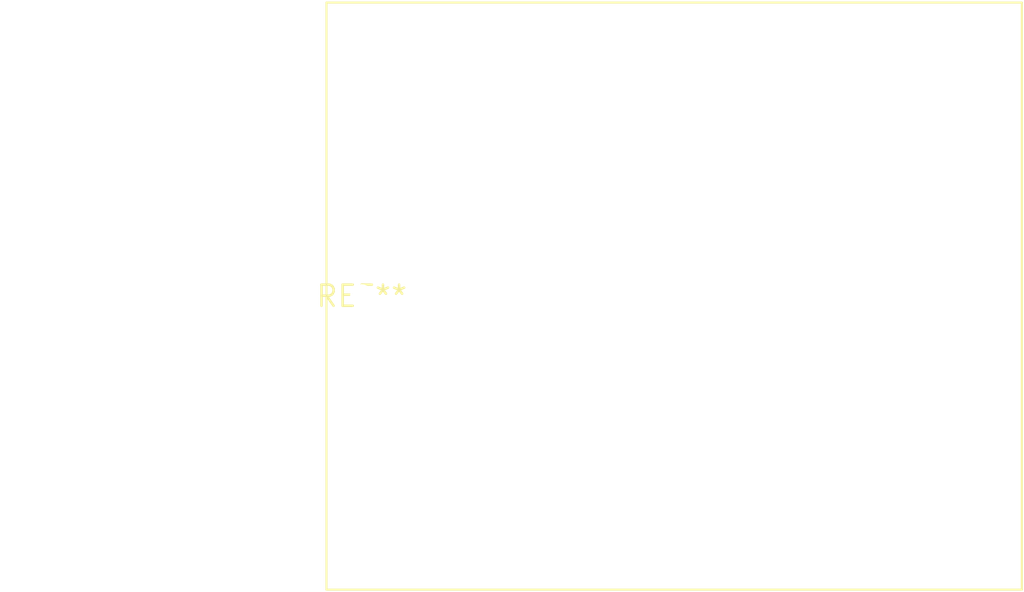
<source format=kicad_pcb>
(kicad_pcb (version 20240108) (generator pcbnew)
  (layers (0 "F.Cu" signal) (31 "B.Cu" signal) (34 "B.Paste" user) (35 "F.Paste" user) (36 "B.SilkS" user "B.Silkscreen") (37 "F.SilkS" user "F.Silkscreen") (38 "B.Mask" user) (39 "F.Mask" user) (44 "Edge.Cuts" user))
  (net 0 "")
  (footprint "C_Rect_L41.5mm_W35.0mm_P37.50mm_MKS4" (layer "F.Cu") (at 0 0)
    (property "Reference" "REF**")
    (property "Value" "C_Rect_L41.5mm_W35.0mm_P37.50mm_MKS4")
    (fp_line (start -2.12 -17.62) (end -2.12 17.62) (layer "F.SilkS") (stroke (width 0.12)))
    (fp_line (start -2.12 -17.62) (end 39.62 -17.62) (layer "F.SilkS") (stroke (width 0.12)))
    (fp_line (start -2.12 17.62) (end 39.62 17.62) (layer "F.SilkS") (stroke (width 0.12)))
    (fp_line (start 39.62 -17.62) (end 39.62 17.62) (layer "F.SilkS") (stroke (width 0.12)))
    (pad "1" thru_hole circle (at 0 0) (size 2.8 2.8) (drill 1.4) (layers *.Cu *.Mask) (remove_unused_layers))
    (pad "2" thru_hole circle (at 37.5 0) (size 2.8 2.8) (drill 1.4) (layers *.Cu *.Mask) (remove_unused_layers))
  )
)
</source>
